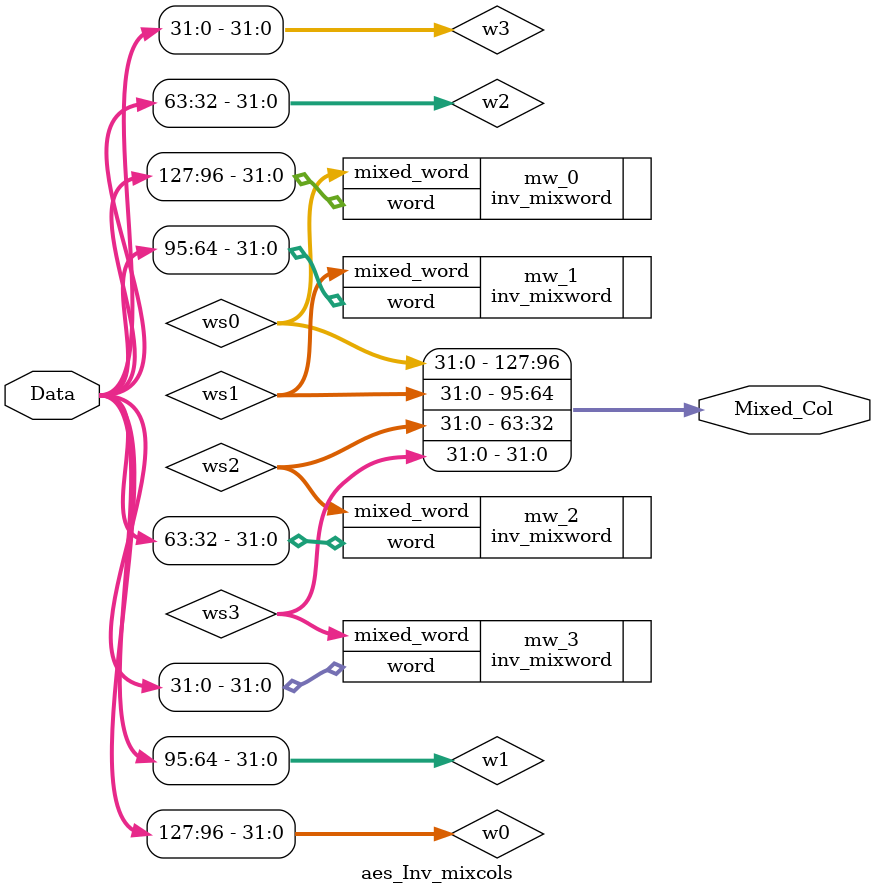
<source format=sv>

module aes_Inv_mixcols (input  logic [127:0] Data, output logic [127:0] Mixed_Col);

   // Declare Internal logic
   logic [31:0] 	w0, w1, w2, w3;
   logic [31:0] 	ws0, ws1, ws2, ws3;
   
   // Break up input Data into word components
   assign w0 = Data[127:96];
   assign w1 = Data[95:64];
   assign w2 = Data[63:32];
   assign w3 = Data[31:0];

   // Declare mixword components
   inv_mixword mw_0(.word(w0), .mixed_word(ws0));
   inv_mixword mw_1(.word(w1), .mixed_word(ws1));
   inv_mixword mw_2(.word(w2), .mixed_word(ws2));
   inv_mixword mw_3(.word(w3), .mixed_word(ws3));

   // Assign output to mixed word
   assign Mixed_Col = {ws0, ws1, ws2, ws3};

endmodule // inv_mixcols



</source>
